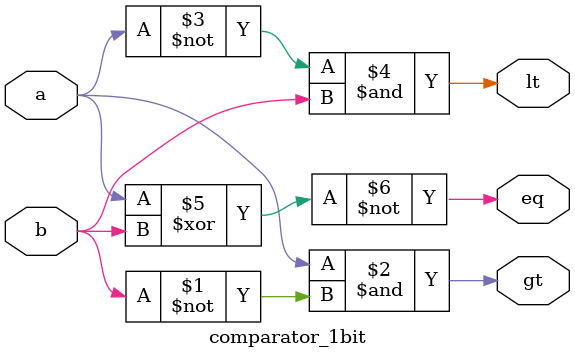
<source format=v>
module comparator_1bit(a, b, gt, eq, lt);
	input a,b;
	output gt, eq, lt;

	//Structural Style
	
	and(gt , a , ~b);
	and(lt , ~a , b);
	xnor(eq , a , b);

endmodule

</source>
